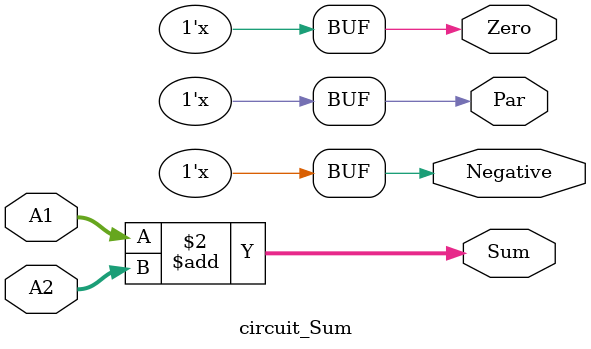
<source format=sv>
/* 
Aluna: Thayane Stheffany Silva Barros - 121110604
Roteiro 1: Problema 2 (Somador de 8 bits)
*/
parameter N_Bits = 8;
module circuit_Sum(
  // Variaveis de entrada em complemento de 2
  input logic signed[N_Bits-1:0] A1, A2,
  // Variaveis de saída em complemento de 2
  output logic signed[N_Bits-1:0] Sum,
  output logic Zero, Negative, Par);
  
  always_comb begin
    // Soma de A e B
    Sum <= A1 + A2;
    
    // Verifica se a soma é igual a zero
    Zero <= (Sum == 0); 
    
    // Verifica se a soma é negativa
    Negative <= Sum[N_Bits-1]; 
    
    // Verifica se a soma é par
    Par <= (Sum[0] == 0);
  end
endmodule
</source>
